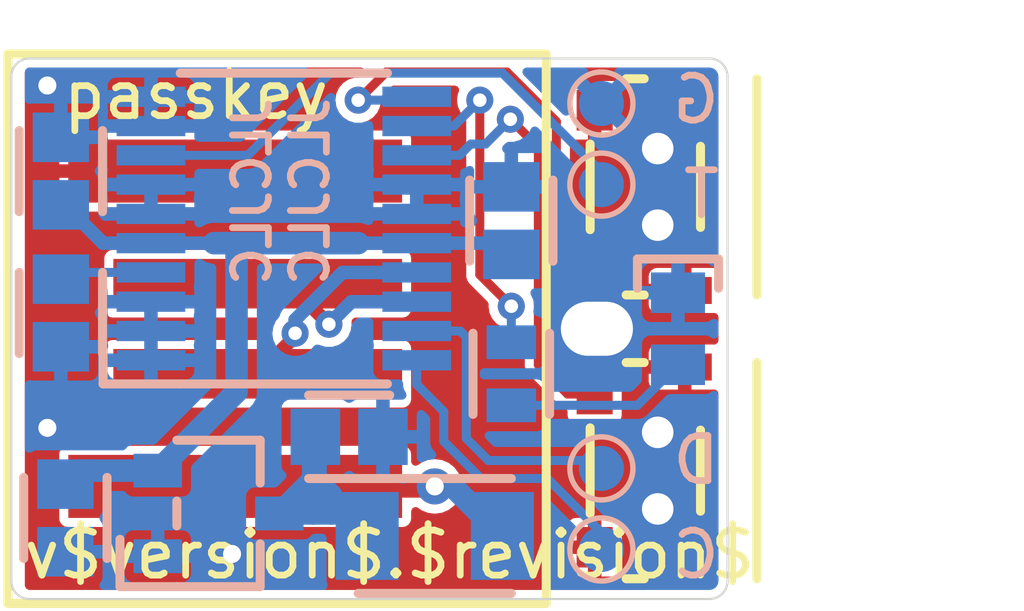
<source format=kicad_pcb>
(kicad_pcb (version 20240108) (generator "pcbnew") (generator_version "8.0")
  (title_block (title "passkey") (date "$date$") (rev "$version$.$revision$") (company "CuVoodoo") (comment 1 "King Kévin") (comment 2 "CERN-OHL-S"))
  (layers (0 "F.Cu" signal) (31 "B.Cu" signal) (36 "B.SilkS" user "B.Silkscreen") (37 "F.SilkS" user "F.Silkscreen") (38 "B.Mask" user) (39 "F.Mask" user) (44 "Edge.Cuts" user))
  (net 0 "")
  (net 1 "+5V")
  (net 2 "GND")
  (net 3 "+3.3V")
  (net 4 "/LED")
  (net 5 "/BT1")
  (net 6 "/BT2")
  (net 7 "/SWDIO")
  (net 8 "/SWCLK")
  (net 9 "/D-")
  (net 10 "/D+")
  (net 11 "Net-(D1-A)")
  (net 12 "Net-(U3-NRST)")
  (net 13 "/TX")
  (net 14 "Net-(J1-VBUS)")
  (footprint "qeda:MECHANICAL_1TS003B" (layer "F.Cu") (at 51.8 30.65 -90)
    (property "Reference" "SW2")
    (property "Value" "SW_Push" (hide yes))
    (fp_line (start -0.95 1.85) (end 0.95 1.85) (stroke (width 0.2)) (layer "F.SilkS"))
    (fp_line (start -2.4 0.65) (end -2.4 1.05) (stroke (width 0.2)) (layer "F.SilkS"))
    (fp_line (start 2.4 0.65) (end 2.4 1.05) (stroke (width 0.2)) (layer "F.SilkS"))
    (fp_line (start -0.9 -0.6) (end 0.9 -0.6) (stroke (width 0.2)) (layer "F.SilkS"))
    (fp_line (start -2.4 -1.85) (end 2.4 -1.85) (stroke (width 0.2)) (layer "F.SilkS"))
    (pad "" thru_hole circle (at -0.85 0.35 270) (size 0.7 0.7) (drill 0.7) (layers "*.Cu" "*.Mask") (net 2 "GND"))
    (pad "" thru_hole circle (at 0.85 0.35 270) (size 0.7 0.7) (drill 0.7) (layers "*.Cu" "*.Mask") (net 2 "GND"))
    (pad "1" smd rect (at -1.7 1.75 270) (size 0.9 0.8) (layers "F.Cu" "F.Paste" "F.Mask") (net 6 "/BT2"))
    (pad "2" smd rect (at 1.7 1.75 270) (size 0.9 0.8) (layers "F.Cu" "F.Paste" "F.Mask") (net 2 "GND"))
    (pad "NC1" smd rect (at -2.3 -0.25 270) (size 0.6 1.2) (layers "F.Cu" "F.Paste" "F.Mask") (net 2 "GND"))
    (pad "NC2" smd rect (at 2.3 -0.25 270) (size 0.6 1.2) (layers "F.Cu" "F.Paste" "F.Mask") (net 2 "GND"))
  )
  (footprint "qeda:MECHANICAL_1TS003B" (layer "F.Cu") (at 51.8 24.35 -90)
    (property "Reference" "SW1")
    (property "Value" "SW_Push" (hide yes))
    (fp_line (start -0.95 1.85) (end 0.95 1.85) (stroke (width 0.2)) (layer "F.SilkS"))
    (fp_line (start -2.4 0.65) (end -2.4 1.05) (stroke (width 0.2)) (layer "F.SilkS"))
    (fp_line (start 2.4 0.65) (end 2.4 1.05) (stroke (width 0.2)) (layer "F.SilkS"))
    (fp_line (start -0.9 -0.6) (end 0.9 -0.6) (stroke (width 0.2)) (layer "F.SilkS"))
    (fp_line (start -2.4 -1.85) (end 2.4 -1.85) (stroke (width 0.2)) (layer "F.SilkS"))
    (pad "" thru_hole circle (at -0.85 0.35 270) (size 0.7 0.7) (drill 0.7) (layers "*.Cu" "*.Mask") (net 2 "GND"))
    (pad "" thru_hole circle (at 0.85 0.35 270) (size 0.7 0.7) (drill 0.7) (layers "*.Cu" "*.Mask") (net 2 "GND"))
    (pad "1" smd rect (at -1.7 1.75 270) (size 0.9 0.8) (layers "F.Cu" "F.Paste" "F.Mask") (net 2 "GND"))
    (pad "2" smd rect (at 1.7 1.75 270) (size 0.9 0.8) (layers "F.Cu" "F.Paste" "F.Mask") (net 5 "/BT1"))
    (pad "NC1" smd rect (at -2.3 -0.25 270) (size 0.6 1.2) (layers "F.Cu" "F.Paste" "F.Mask") (net 2 "GND"))
    (pad "NC2" smd rect (at 2.3 -0.25 270) (size 0.6 1.2) (layers "F.Cu" "F.Paste" "F.Mask") (net 2 "GND"))
  )
  (footprint "MountingHole:MountingHole_2.2mm_M2" (layer "F.Cu") (at 50.1 27.5)
    (property "Reference" "REF**" (hide yes))
    (property "Value" "MountingHole_2.2mm_M2")
    (pad "" thru_hole oval (at 0 0) (size 1.8 1.4) (drill oval 1.6 1.2) (layers "*.Cu" "*.Mask") (net 2 "GND"))
  )
  (footprint "qeda:CONNECTOR_USB-A-PLUG" (layer "F.Cu") (at 43 27.5 90)
    (property "Reference" "J1")
    (property "Value" "USB_A" (hide yes))
    (fp_line (start 6.1 -5.975) (end 6.1 5.975) (stroke (width 0.2)) (layer "F.SilkS"))
    (fp_line (start -6.1 -5.975) (end 6.1 -5.975) (stroke (width 0.2)) (layer "F.SilkS"))
    (fp_line (start 6.1 5.975) (end -6.1 5.975) (stroke (width 0.2)) (layer "F.SilkS"))
    (fp_line (start -6.1 5.975) (end -6.1 -5.975) (stroke (width 0.2)) (layer "F.SilkS"))
    (pad "1" smd rect (at -3.5 -0.93 90) (size 1.4 7.41) (layers "F.Cu" "F.Paste" "F.Mask") (net 14 "Net-(J1-VBUS)"))
    (pad "2" smd rect (at -1 -0.43 90) (size 1.1 6.41) (layers "F.Cu" "F.Paste" "F.Mask") (net 9 "/D-"))
    (pad "3" smd rect (at 1 -0.43 90) (size 1.1 6.41) (layers "F.Cu" "F.Paste" "F.Mask") (net 10 "/D+"))
    (pad "4" smd rect (at 3.5 -0.93 90) (size 1.4 7.41) (layers "F.Cu" "F.Paste" "F.Mask") (net 2 "GND"))
  )
  (footprint "qeda:FUSC3215X117N" (layer "B.Cu") (at 46.5 32.1 90)
    (property "Reference" "F1")
    (property "Value" "50mA" (hide yes))
    (fp_line (start 1.275 -1.7) (end 1.275 1.7) (stroke (width 0.2)) (layer "B.SilkS"))
    (fp_line (start -1.275 -1.7) (end -1.275 1.7) (stroke (width 0.2)) (layer "B.SilkS"))
    (pad "1" smd rect (at 0 1.5 90) (size 1.95 1.4) (layers "B.Cu" "B.Paste" "B.Mask") (net 14 "Net-(J1-VBUS)"))
    (pad "2" smd rect (at 0 -1.5 90) (size 1.95 1.4) (layers "B.Cu" "B.Paste" "B.Mask") (net 1 "+5V"))
  )
  (footprint "qeda:CAPC1608X92N" (layer "B.Cu") (at 38.2 24)
    (property "Reference" "C3")
    (property "Value" "100nF" (hide yes))
    (fp_line (start -0.925 0.9) (end -0.925 -0.9) (stroke (width 0.2)) (layer "B.SilkS"))
    (fp_line (start 0.925 0.9) (end 0.925 -0.9) (stroke (width 0.2)) (layer "B.SilkS"))
    (pad "1" smd rect (at 0 0.75) (size 1.25 1.1) (layers "B.Cu" "B.Paste" "B.Mask") (net 3 "+3.3V"))
    (pad "2" smd rect (at 0 -0.75) (size 1.25 1.1) (layers "B.Cu" "B.Paste" "B.Mask") (net 2 "GND"))
  )
  (footprint "qeda:UC1608X55N" (layer "B.Cu") (at 48.2 28.5 180)
    (property "Reference" "R1")
    (property "Value" "1k" (hide yes))
    (fp_line (start 0.85 0.9) (end 0.85 -0.9) (stroke (width 0.2)) (layer "B.SilkS"))
    (fp_line (start -0.85 0.9) (end -0.85 -0.9) (stroke (width 0.2)) (layer "B.SilkS"))
    (pad "1" smd rect (at 0 0.7 180) (size 1.1 0.75) (layers "B.Cu" "B.Paste" "B.Mask") (net 4 "/LED"))
    (pad "2" smd rect (at 0 -0.7 180) (size 1.1 0.75) (layers "B.Cu" "B.Paste" "B.Mask") (net 11 "Net-(D1-A)"))
  )
  (footprint "TestPoint:TestPoint_Pad_D1.0mm" (layer "B.Cu") (at 50.2 32.4 180)
    (property "Reference" "TP3")
    (property "Value" "SWCLK" (hide yes))
    (fp_circle (center 0 0) (end 0 -0.7) (stroke (width 0.12)) (fill none) (layer "B.SilkS"))
    (pad "1" smd circle (at 0 0 180) (size 1 1) (layers "B.Cu" "B.Mask") (net 8 "/SWCLK"))
  )
  (footprint "qeda:SOP65P640X120-20N" (layer "B.Cu") (at 43.15 25.275)
    (property "Reference" "U3")
    (property "Value" "STM32F042F6P" (hide yes))
    (fp_line (start -4.013 2.7) (end -4.013 3.45) (stroke (width 0.2)) (layer "B.SilkS"))
    (fp_line (start -4.013 3.45) (end -2.3 3.45) (stroke (width 0.2)) (layer "B.SilkS"))
    (fp_line (start -2.3 -3.45) (end 2.3 -3.45) (stroke (width 0.2)) (layer "B.SilkS"))
    (fp_line (start 2.3 3.45) (end -2.3 3.45) (stroke (width 0.2)) (layer "B.SilkS"))
    (pad "1" smd rect (at -2.95 2.925) (size 1.525 0.45) (layers "B.Cu" "B.Paste" "B.Mask") (net 2 "GND"))
    (pad "2" smd rect (at -2.95 2.275) (size 1.525 0.45) (layers "B.Cu" "B.Paste" "B.Mask") (net 2 "GND"))
    (pad "3" smd rect (at -2.95 1.625) (size 1.525 0.45) (layers "B.Cu" "B.Paste" "B.Mask") (net 2 "GND"))
    (pad "4" smd rect (at -2.95 0.975) (size 1.525 0.45) (layers "B.Cu" "B.Paste" "B.Mask") (net 12 "Net-(U3-NRST)"))
    (pad "5" smd rect (at -2.95 0.325) (size 1.525 0.45) (layers "B.Cu" "B.Paste" "B.Mask") (net 3 "+3.3V"))
    (pad "6" smd rect (at -2.95 -0.325) (size 1.525 0.45) (layers "B.Cu" "B.Paste" "B.Mask") (net 2 "GND"))
    (pad "7" smd rect (at -2.95 -0.975) (size 1.525 0.45) (layers "B.Cu" "B.Paste" "B.Mask") (net 2 "GND"))
    (pad "8" smd rect (at -2.95 -1.625) (size 1.525 0.45) (layers "B.Cu" "B.Paste" "B.Mask") (net 13 "/TX"))
    (pad "9" smd rect (at -2.95 -2.275) (size 1.525 0.45) (layers "B.Cu" "B.Paste" "B.Mask") (net 2 "GND"))
    (pad "10" smd rect (at -2.95 -2.925) (size 1.525 0.45) (layers "B.Cu" "B.Paste" "B.Mask") (net 2 "GND"))
    (pad "11" smd rect (at 2.95 -2.925) (size 1.525 0.45) (layers "B.Cu" "B.Paste" "B.Mask") (net 5 "/BT1"))
    (pad "12" smd rect (at 2.95 -2.275) (size 1.525 0.45) (layers "B.Cu" "B.Paste" "B.Mask") (net 4 "/LED"))
    (pad "13" smd rect (at 2.95 -1.625) (size 1.525 0.45) (layers "B.Cu" "B.Paste" "B.Mask") (net 6 "/BT2"))
    (pad "14" smd rect (at 2.95 -0.975) (size 1.525 0.45) (layers "B.Cu" "B.Paste" "B.Mask") (net 2 "GND"))
    (pad "15" smd rect (at 2.95 -0.325) (size 1.525 0.45) (layers "B.Cu" "B.Paste" "B.Mask") (net 2 "GND"))
    (pad "16" smd rect (at 2.95 0.325) (size 1.525 0.45) (layers "B.Cu" "B.Paste" "B.Mask") (net 3 "+3.3V"))
    (pad "17" smd rect (at 2.95 0.975) (size 1.525 0.45) (layers "B.Cu" "B.Paste" "B.Mask") (net 9 "/D-"))
    (pad "18" smd rect (at 2.95 1.625) (size 1.525 0.45) (layers "B.Cu" "B.Paste" "B.Mask") (net 10 "/D+"))
    (pad "19" smd rect (at 2.95 2.275) (size 1.525 0.45) (layers "B.Cu" "B.Paste" "B.Mask") (net 7 "/SWDIO"))
    (pad "20" smd rect (at 2.95 2.925) (size 1.525 0.45) (layers "B.Cu" "B.Paste" "B.Mask") (net 8 "/SWCLK"))
  )
  (footprint "qeda:CAPC1608X92N" (layer "B.Cu") (at 44.6 29.9 -90)
    (property "Reference" "C1")
    (property "Value" "1uF" (hide yes))
    (fp_line (start -0.925 0.9) (end -0.925 -0.9) (stroke (width 0.2)) (layer "B.SilkS"))
    (fp_line (start 0.925 0.9) (end 0.925 -0.9) (stroke (width 0.2)) (layer "B.SilkS"))
    (pad "1" smd rect (at 0 0.75 270) (size 1.25 1.1) (layers "B.Cu" "B.Paste" "B.Mask") (net 1 "+5V"))
    (pad "2" smd rect (at 0 -0.75 270) (size 1.25 1.1) (layers "B.Cu" "B.Paste" "B.Mask") (net 2 "GND"))
  )
  (footprint "TestPoint:TestPoint_Pad_D1.0mm" (layer "B.Cu") (at 50.2 30.6 180)
    (property "Reference" "TP2")
    (property "Value" "SWDIO" (hide yes))
    (fp_circle (center 0 0) (end 0 -0.7) (stroke (width 0.12)) (fill none) (layer "B.SilkS"))
    (pad "1" smd circle (at 0 0 180) (size 1 1) (layers "B.Cu" "B.Mask") (net 7 "/SWDIO"))
  )
  (footprint "qeda:UPC1608X90N" (layer "B.Cu") (at 51.9 27.5 180)
    (property "Reference" "D1")
    (property "Value" "RED" (hide yes))
    (fp_line (start 0.9 1.55) (end 0.9 0.9) (stroke (width 0.2)) (layer "B.SilkS"))
    (fp_line (start -0.9 1.55) (end 0.9 1.55) (stroke (width 0.2)) (layer "B.SilkS"))
    (fp_line (start -0.9 0.9) (end -0.9 1.55) (stroke (width 0.2)) (layer "B.SilkS"))
    (pad "1" smd rect (at 0 0.8 180) (size 1.2 0.9) (layers "B.Cu" "B.Paste" "B.Mask") (net 2 "GND"))
    (pad "2" smd rect (at 0 -0.8 180) (size 1.2 0.9) (layers "B.Cu" "B.Paste" "B.Mask") (net 11 "Net-(D1-A)"))
  )
  (footprint "qeda:CAPC1608X92N" (layer "B.Cu") (at 38.2 27.15 180)
    (property "Reference" "C5")
    (property "Value" "100nF" (hide yes))
    (fp_line (start 0.925 0.9) (end 0.925 -0.9) (stroke (width 0.2)) (layer "B.SilkS"))
    (fp_line (start -0.925 0.9) (end -0.925 -0.9) (stroke (width 0.2)) (layer "B.SilkS"))
    (pad "1" smd rect (at 0 0.75 180) (size 1.25 1.1) (layers "B.Cu" "B.Paste" "B.Mask") (net 12 "Net-(U3-NRST)"))
    (pad "2" smd rect (at 0 -0.75 180) (size 1.25 1.1) (layers "B.Cu" "B.Paste" "B.Mask") (net 2 "GND"))
  )
  (footprint "qeda:SOT95P280X130-3N" (layer "B.Cu") (at 41.7 31.6)
    (property "Reference" "U1")
    (property "Value" "XC6206P332" (hide yes))
    (fp_line (start -2.188 1.625) (end -2.188 0.575) (stroke (width 0.2)) (layer "B.SilkS"))
    (fp_line (start -0.925 0.275) (end -0.925 -0.275) (stroke (width 0.2)) (layer "B.SilkS"))
    (fp_line (start -0.925 1.625) (end -2.188 1.625) (stroke (width 0.2)) (layer "B.SilkS"))
    (fp_line (start -0.925 1.625) (end 0.925 1.625) (stroke (width 0.2)) (layer "B.SilkS"))
    (fp_line (start 0.925 -1.625) (end -0.925 -1.625) (stroke (width 0.2)) (layer "B.SilkS"))
    (fp_line (start 0.925 -0.675) (end 0.925 -1.625) (stroke (width 0.2)) (layer "B.SilkS"))
    (fp_line (start 0.925 1.625) (end 0.925 0.675) (stroke (width 0.2)) (layer "B.SilkS"))
    (pad "1" smd rect (at -1.35 0.95) (size 1.075 0.75) (layers "B.Cu" "B.Paste" "B.Mask") (net 2 "GND"))
    (pad "2" smd rect (at -1.35 -0.95) (size 1.075 0.75) (layers "B.Cu" "B.Paste" "B.Mask") (net 3 "+3.3V"))
    (pad "3" smd rect (at 1.35 0) (size 1.075 0.75) (layers "B.Cu" "B.Paste" "B.Mask") (net 1 "+5V"))
  )
  (footprint "qeda:CAPC1608X92N" (layer "B.Cu") (at 48.2 25.1)
    (property "Reference" "C4")
    (property "Value" "100nF" (hide yes))
    (fp_line (start -0.925 0.9) (end -0.925 -0.9) (stroke (width 0.2)) (layer "B.SilkS"))
    (fp_line (start 0.925 0.9) (end 0.925 -0.9) (stroke (width 0.2)) (layer "B.SilkS"))
    (pad "1" smd rect (at 0 0.75) (size 1.25 1.1) (layers "B.Cu" "B.Paste" "B.Mask") (net 3 "+3.3V"))
    (pad "2" smd rect (at 0 -0.75) (size 1.25 1.1) (layers "B.Cu" "B.Paste" "B.Mask") (net 2 "GND"))
  )
  (footprint "qeda:CAPC1608X92N" (layer "B.Cu") (at 38.3 31.7 180)
    (property "Reference" "C2")
    (property "Value" "1uF" (hide yes))
    (fp_line (start 0.925 0.9) (end 0.925 -0.9) (stroke (width 0.2)) (layer "B.SilkS"))
    (fp_line (start -0.925 0.9) (end -0.925 -0.9) (stroke (width 0.2)) (layer "B.SilkS"))
    (pad "1" smd rect (at 0 0.75 180) (size 1.25 1.1) (layers "B.Cu" "B.Paste" "B.Mask") (net 3 "+3.3V"))
    (pad "2" smd rect (at 0 -0.75 180) (size 1.25 1.1) (layers "B.Cu" "B.Paste" "B.Mask") (net 2 "GND"))
  )
  (footprint "TestPoint:TestPoint_Pad_D1.0mm" (layer "B.Cu") (at 50.2 24.3 180)
    (property "Reference" "TP1")
    (property "Value" "TX" (hide yes))
    (fp_circle (center 0 0) (end 0 -0.7) (stroke (width 0.12)) (fill none) (layer "B.SilkS"))
    (pad "1" smd circle (at 0 0 180) (size 1 1) (layers "B.Cu" "B.Mask") (net 13 "/TX"))
  )
  (footprint "TestPoint:TestPoint_Pad_D1.0mm" (layer "B.Cu") (at 50.2 22.5 180)
    (property "Reference" "TP4")
    (property "Value" "GND" (hide yes))
    (fp_circle (center 0 0) (end 0 -0.7) (stroke (width 0.12)) (fill none) (layer "B.SilkS"))
    (pad "1" smd circle (at 0 0 180) (size 1 1) (layers "B.Cu" "B.Mask") (net 2 "GND"))
  )
  (gr_arc (start 52.6 21.5) (mid 52.882843 21.617157) (end 53 21.9) (stroke (width 0.05)) (layer "Edge.Cuts"))
  (gr_line (start 37.1 33.1) (end 37.1 21.9) (stroke (width 0.05)) (layer "Edge.Cuts"))
  (gr_line (start 52.6 33.5) (end 37.5 33.5) (stroke (width 0.05)) (layer "Edge.Cuts"))
  (gr_line (start 37.5 21.5) (end 52.6 21.5) (stroke (width 0.05)) (layer "Edge.Cuts"))
  (gr_arc (start 37.1 21.9) (mid 37.217157 21.617157) (end 37.5 21.5) (stroke (width 0.05)) (layer "Edge.Cuts"))
  (gr_arc (start 37.5 33.5) (mid 37.217157 33.382843) (end 37.1 33.1) (stroke (width 0.05)) (layer "Edge.Cuts"))
  (gr_arc (start 53 33.1) (mid 52.882843 33.382843) (end 52.6 33.5) (stroke (width 0.05)) (layer "Edge.Cuts"))
  (gr_line (start 53 33.1) (end 53 21.9) (stroke (width 0.05)) (layer "Edge.Cuts"))
  (gr_text "C" (at 52.9 33.1 0) (layer "B.SilkS") (effects (font (size 1 1)) (justify left bottom mirror)))
  (gr_text "T" (at 52.9 25.1 0) (layer "B.SilkS") (effects (font (size 1 1)) (justify left bottom mirror)))
  (gr_text "D" (at 52.9 31 0) (layer "B.SilkS") (effects (font (size 1 1)) (justify left bottom mirror)))
  (gr_text "JLCJLC\nJLCJLC" (at 44.2 22.3 90) (layer "B.SilkS") (effects (font (size 0.8 0.8)) (justify left bottom mirror)))
  (gr_text "G" (at 52.9 23 0) (layer "B.SilkS") (effects (font (size 1 1)) (justify left bottom mirror)))
  (gr_text "v$version$.$revision$" (at 37.3 33.1 0) (layer "F.SilkS") (effects (font (size 1 1)) (justify left bottom)))
  (gr_text "passkey" (at 41.2 22.9 0) (layer "F.SilkS") (effects (font (size 1 1)) (justify bottom)))
  (segment (start 43.05 31.6) (end 43.8 31.6) (width 0.5) (layer "B.Cu") (net 1))
  (segment (start 44.2 31.2) (end 43.85 30.85) (width 0.5) (layer "B.Cu") (net 1))
  (segment (start 43.8 31.6) (end 44.2 31.6) (width 0.5) (layer "B.Cu") (net 1))
  (segment (start 43.85 30.8) (end 43.05 31.6) (width 0.5) (layer "B.Cu") (net 1))
  (segment (start 44.2 31.6) (end 44.5 31.6) (width 0.5) (layer "B.Cu") (net 1))
  (segment (start 43.85 29.9) (end 43.85 30.8) (width 0.5) (layer "B.Cu") (net 1))
  (segment (start 43.8 31.6) (end 43.8 29.95) (width 0.5) (layer "B.Cu") (net 1))
  (segment (start 44.5 31.6) (end 45 32.1) (width 0.5) (layer "B.Cu") (net 1))
  (segment (start 43.8 29.95) (end 43.85 29.9) (width 0.5) (layer "B.Cu") (net 1))
  (segment (start 44.2 31.6) (end 44.2 31.2) (width 0.5) (layer "B.Cu") (net 1))
  (segment (start 43.85 30.85) (end 43.85 29.9) (width 0.5) (layer "B.Cu") (net 1))
  (segment (start 43.85 30.95) (end 43.85 29.9) (width 0.5) (layer "B.Cu") (net 1))
  (via (at 37.9 29.7) (size 0.8) (drill 0.4) (layers "F.Cu" "B.Cu") (net 2))
  (via (at 42 32.5) (size 0.8) (drill 0.4) (layers "F.Cu" "B.Cu") (net 2))
  (via (at 37.9 22.1) (size 0.8) (drill 0.4) (layers "F.Cu" "B.Cu") (net 2))
  (segment (start 42.1 25.6) (end 42.1 28.9) (width 0.5) (layer "B.Cu") (net 3))
  (segment (start 42.1 28.9) (end 40.35 30.65) (width 0.5) (layer "B.Cu") (net 3))
  (segment (start 38.6 30.65) (end 38.3 30.95) (width 0.5) (layer "B.Cu") (net 3))
  (segment (start 47.95 25.6) (end 48.2 25.85) (width 0.3) (layer "B.Cu") (net 3))
  (segment (start 38.2875 24.75) (end 38.2 24.75) (width 0.3) (layer "B.Cu") (net 3))
  (segment (start 40.2 25.6) (end 39.1375 25.6) (width 0.3) (layer "B.Cu") (net 3))
  (segment (start 41.6 25.6) (end 44.8 25.6) (width 0.5) (layer "B.Cu") (net 3))
  (segment (start 40.2 25.6) (end 41.6 25.6) (width 0.3) (layer "B.Cu") (net 3))
  (segment (start 40.35 30.65) (end 38.6 30.65) (width 0.5) (layer "B.Cu") (net 3))
  (segment (start 46.1 25.6) (end 47.95 25.6) (width 0.3) (layer "B.Cu") (net 3))
  (segment (start 39.1375 25.6) (end 38.2875 24.75) (width 0.3) (layer "B.Cu") (net 3))
  (segment (start 46.1 25.6) (end 44.8 25.6) (width 0.3) (layer "B.Cu") (net 3))
  (segment (start 47.5 26.3) (end 48.2 27) (width 0.2) (layer "F.Cu") (net 4))
  (segment (start 47.5 22.425) (end 47.5 26.3) (width 0.2) (layer "F.Cu") (net 4))
  (via (at 47.5 22.425) (size 0.6) (drill 0.3) (layers "F.Cu" "B.Cu") (net 4))
  (via (at 48.2 27) (size 0.6) (drill 0.3) (layers "F.Cu" "B.Cu") (net 4))
  (segment (start 46.1 23) (end 46.925 23) (width 0.2) (layer "B.Cu") (net 4))
  (segment (start 48.2 27) (end 48.2 27.8) (width 0.2) (layer "B.Cu") (net 4))
  (segment (start 46.925 23) (end 47.5 22.425) (width 0.2) (layer "B.Cu") (net 4))
  (segment (start 48.1 21.8) (end 49.2 22.9) (width 0.2) (layer "F.Cu") (net 5))
  (segment (start 45.425 21.8) (end 48.1 21.8) (width 0.2) (layer "F.Cu") (net 5))
  (segment (start 49.2 22.9) (end 49.2 25.2) (width 0.2) (layer "F.Cu") (net 5))
  (segment (start 49.2 25.2) (end 50.05 26.05) (width 0.2) (layer "F.Cu") (net 5))
  (segment (start 44.8 22.425) (end 45.425 21.8) (width 0.2) (layer "F.Cu") (net 5))
  (via (at 44.8 22.425) (size 0.6) (drill 0.3) (layers "F.Cu" "B.Cu") (net 5))
  (segment (start 44.8 22.425) (end 46.025 22.425) (width 0.2) (layer "B.Cu") (net 5))
  (segment (start 46.025 22.425) (end 46.1 22.35) (width 0.2) (layer "B.Cu") (net 5))
  (segment (start 48.8 23.4706) (end 48.8 28.3) (width 0.2) (layer "F.Cu") (net 6))
  (segment (start 48.8 28.3) (end 49.45 28.95) (width 0.2) (layer "F.Cu") (net 6))
  (segment (start 49.45 28.95) (end 50.05 28.95) (width 0.2) (layer "F.Cu") (net 6))
  (segment (start 48.178401 22.849001) (end 48.8 23.4706) (width 0.2) (layer "F.Cu") (net 6))
  (via (at 48.178401 22.849001) (size 0.6) (drill 0.3) (layers "F.Cu" "B.Cu") (net 6))
  (segment (start 47.05 23.65) (end 47.3 23.4) (width 0.2) (layer "B.Cu") (net 6))
  (segment (start 47.627402 23.4) (end 48.178401 22.849001) (width 0.2) (layer "B.Cu") (net 6))
  (segment (start 47.3 23.4) (end 47.627402 23.4) (width 0.2) (layer "B.Cu") (net 6))
  (segment (start 46.1 23.65) (end 47.05 23.65) (width 0.2) (layer "B.Cu") (net 6))
  (segment (start 47.690686 30.425) (end 50.025 30.425) (width 0.2) (layer "B.Cu") (net 7))
  (segment (start 47.2 29.934314) (end 47.690686 30.425) (width 0.2) (layer "B.Cu") (net 7))
  (segment (start 46.1 27.55) (end 47.0625 27.55) (width 0.2) (layer "B.Cu") (net 7))
  (segment (start 47.2 27.6875) (end 47.2 29.934314) (width 0.2) (layer "B.Cu") (net 7))
  (segment (start 50.025 30.425) (end 50.2 30.6) (width 0.2) (layer "B.Cu") (net 7))
  (segment (start 47.0625 27.55) (end 47.2 27.6875) (width 0.2) (layer "B.Cu") (net 7))
  (segment (start 46.1 28.7375) (end 46.1 28.2) (width 0.2) (layer "B.Cu") (net 8))
  (segment (start 46.7 29.3375) (end 46.1 28.7375) (width 0.2) (layer "B.Cu") (net 8))
  (segment (start 50.2 32.025) (end 49 30.825) (width 0.2) (layer "B.Cu") (net 8))
  (segment (start 50.2 32.4) (end 50.2 32.025) (width 0.2) (layer "B.Cu") (net 8))
  (segment (start 49 30.825) (end 47.525 30.825) (width 0.2) (layer "B.Cu") (net 8))
  (segment (start 46.7 30) (end 46.7 29.3375) (width 0.2) (layer "B.Cu") (net 8))
  (segment (start 47.525 30.825) (end 46.7 30) (width 0.2) (layer "B.Cu") (net 8))
  (segment (start 43.4 27.6) (end 43.4 27.67) (width 0.3) (layer "F.Cu") (net 9))
  (segment (start 43.4 27.67) (end 42.57 28.5) (width 0.3) (layer "F.Cu") (net 9))
  (via (at 43.4 27.6) (size 0.6) (drill 0.3) (layers "F.Cu" "B.Cu") (net 9))
  (segment (start 46.1 26.25) (end 44.451474 26.25) (width 0.3) (layer "B.Cu") (net 9))
  (segment (start 43.4 27.301474) (end 43.4 27.6) (width 0.3) (layer "B.Cu") (net 9))
  (segment (start 44.451474 26.25) (end 43.4 27.301474) (width 0.3) (layer "B.Cu") (net 9))
  (segment (start 44.150003 27.4) (end 43.250003 26.5) (width 0.3) (layer "F.Cu") (net 10))
  (segment (start 43.250003 26.5) (end 42.57 26.5) (width 0.3) (layer "F.Cu") (net 10))
  (via (at 44.150003 27.4) (size 0.6) (drill 0.3) (layers "F.Cu" "B.Cu") (net 10))
  (segment (start 44.650003 26.9) (end 44.150003 27.4) (width 0.3) (layer "B.Cu") (net 10))
  (segment (start 46.1 26.9) (end 44.650003 26.9) (width 0.3) (layer "B.Cu") (net 10))
  (segment (start 51.8 28.2) (end 51.9 28.3) (width 0.2) (layer "B.Cu") (net 11))
  (segment (start 48.2 29.2) (end 51 29.2) (width 0.2) (layer "B.Cu") (net 11))
  (segment (start 51 29.2) (end 51.9 28.3) (width 0.2) (layer "B.Cu") (net 11))
  (segment (start 40.2 26.25) (end 38.35 26.25) (width 0.2) (layer "B.Cu") (net 12))
  (segment (start 38.35 26.25) (end 38.2 26.4) (width 0.2) (layer "B.Cu") (net 12))
  (segment (start 40.2 23.65) (end 42.35 23.65) (width 0.2) (layer "B.Cu") (net 13))
  (segment (start 48.002929 21.825) (end 50.2 24.022071) (width 0.2) (layer "B.Cu") (net 13))
  (segment (start 44.175 21.825) (end 48.002929 21.825) (width 0.2) (layer "B.Cu") (net 13))
  (segment (start 42.35 23.65) (end 44.175 21.825) (width 0.2) (layer "B.Cu") (net 13))
  (segment (start 50.2 24.022071) (end 50.2 24.3) (width 0.2) (layer "B.Cu") (net 13))
  (segment (start 42.07 31) (end 46.5 31) (width 0.5) (layer "F.Cu") (net 14))
  (via (at 46.5 31) (size 0.8) (drill 0.4) (layers "F.Cu" "B.Cu") (net 14))
  (segment (start 46.5 31) (end 46.9 31) (width 0.5) (layer "B.Cu") (net 14))
  (segment (start 46.9 31) (end 48 32.1) (width 0.5) (layer "B.Cu") (net 14))
  (zone (net 2) (net_name "GND") (layers "F&B.Cu") (connect_pads (clearance 0.2)) (min_thickness 0.2) (fill yes (thermal_gap 0.2) (thermal_bridge_width 0.3))
    (polygon (pts (xy 37.4 21.7) (xy 52.9 21.7) (xy 52.9 33.3) (xy 37.4 33.3)))
  )
)
</source>
